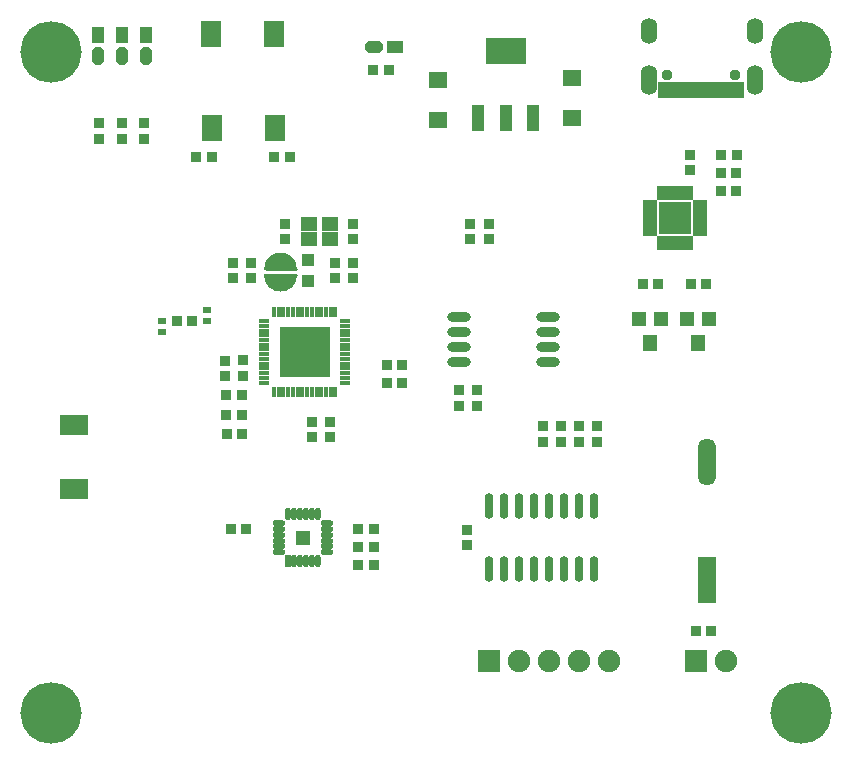
<source format=gts>
G04*
G04 #@! TF.GenerationSoftware,Altium Limited,Altium Designer,18.0.10 (644)*
G04*
G04 Layer_Color=8388736*
%FSLAX25Y25*%
%MOIN*%
G70*
G01*
G75*
%ADD10C,0.01000*%
%ADD58R,0.01981X0.05328*%
%ADD59R,0.01981X0.05328*%
%ADD60R,0.01980X0.05320*%
%ADD61R,0.01980X0.05320*%
%ADD62R,0.04737X0.04737*%
%ADD63O,0.01902X0.04343*%
%ADD64R,0.01902X0.04343*%
%ADD65O,0.04343X0.01902*%
%ADD66R,0.05918X0.15761*%
%ADD67O,0.05918X0.15761*%
%ADD68R,0.03800X0.03800*%
%ADD69R,0.03800X0.03800*%
%ADD70R,0.04800X0.04800*%
%ADD71R,0.04800X0.05800*%
%ADD72R,0.06706X0.08674*%
G04:AMPARAMS|DCode=73|XSize=58mil|YSize=43mil|CornerRadius=0mil|HoleSize=0mil|Usage=FLASHONLY|Rotation=270.000|XOffset=0mil|YOffset=0mil|HoleType=Round|Shape=Octagon|*
%AMOCTAGOND73*
4,1,8,-0.01075,-0.02900,0.01075,-0.02900,0.02150,-0.01825,0.02150,0.01825,0.01075,0.02900,-0.01075,0.02900,-0.02150,0.01825,-0.02150,-0.01825,-0.01075,-0.02900,0.0*
%
%ADD73OCTAGOND73*%

%ADD74R,0.04300X0.05800*%
G04:AMPARAMS|DCode=75|XSize=58mil|YSize=43mil|CornerRadius=0mil|HoleSize=0mil|Usage=FLASHONLY|Rotation=180.000|XOffset=0mil|YOffset=0mil|HoleType=Round|Shape=Octagon|*
%AMOCTAGOND75*
4,1,8,-0.02900,0.01075,-0.02900,-0.01075,-0.01825,-0.02150,0.01825,-0.02150,0.02900,-0.01075,0.02900,0.01075,0.01825,0.02150,-0.01825,0.02150,-0.02900,0.01075,0.0*
%
%ADD75OCTAGOND75*%

%ADD76R,0.05800X0.04300*%
%ADD77R,0.03418X0.01587*%
%ADD78R,0.01587X0.03418*%
%ADD79R,0.16548X0.16548*%
%ADD80R,0.03300X0.03800*%
%ADD81R,0.13398X0.09068*%
%ADD82R,0.04343X0.09068*%
%ADD83R,0.06312X0.05524*%
%ADD84C,0.04737*%
%ADD85R,0.05524X0.04737*%
%ADD86R,0.04300X0.04300*%
%ADD87R,0.09461X0.06706*%
%ADD88R,0.03800X0.03300*%
%ADD89R,0.02769X0.02375*%
%ADD90R,0.04737X0.01981*%
%ADD91R,0.01981X0.04737*%
%ADD92R,0.10642X0.10642*%
%ADD93O,0.02965X0.08674*%
%ADD94O,0.08000X0.03200*%
%ADD95C,0.03753*%
%ADD96O,0.05524X0.08674*%
%ADD97O,0.05524X0.09855*%
%ADD98C,0.07493*%
%ADD99R,0.07493X0.07493*%
%ADD100C,0.20485*%
G36*
X196000Y310500D02*
X206000D01*
X205500Y308500D01*
X203000Y306000D01*
X200000Y305500D01*
X198000Y306500D01*
X197000Y307500D01*
X196000Y309500D01*
Y310500D01*
D02*
G37*
G36*
Y312500D02*
X206000D01*
X205500Y314500D01*
X203000Y317000D01*
X200000Y317500D01*
X198000Y316500D01*
X197000Y315500D01*
X196000Y313500D01*
Y312500D01*
D02*
G37*
D10*
Y310500D02*
G03*
X206000Y310500I5000J0D01*
G01*
Y312500D02*
G03*
X196000Y312500I-5000J0D01*
G01*
Y310500D02*
X206000D01*
X196000Y312500D02*
X206000D01*
D58*
X354345Y372262D02*
D03*
X351195Y372272D02*
D03*
X344109Y372262D02*
D03*
X340172D02*
D03*
X331116Y372255D02*
D03*
X327966Y372256D02*
D03*
D59*
X353164Y372262D02*
D03*
X350013Y372272D02*
D03*
X346076Y372256D02*
D03*
X342139D02*
D03*
X338202D02*
D03*
X334265D02*
D03*
X332298Y372256D02*
D03*
X329147Y372256D02*
D03*
D60*
X348045D02*
D03*
D61*
X336235D02*
D03*
D62*
X208500Y223000D02*
D03*
D63*
X213421Y215126D02*
D03*
X211453D02*
D03*
X209484D02*
D03*
X207516D02*
D03*
X205547D02*
D03*
X203579Y230874D02*
D03*
X205547D02*
D03*
X207516D02*
D03*
X209484D02*
D03*
X211453D02*
D03*
X213421D02*
D03*
D64*
X203579Y215126D02*
D03*
D65*
X216374Y227921D02*
D03*
Y225953D02*
D03*
Y223984D02*
D03*
Y222016D02*
D03*
Y220047D02*
D03*
Y218079D02*
D03*
X200626D02*
D03*
Y220047D02*
D03*
Y222016D02*
D03*
Y223984D02*
D03*
Y225953D02*
D03*
Y227921D02*
D03*
D66*
X343000Y208815D02*
D03*
D67*
Y248185D02*
D03*
D68*
X263000Y225559D02*
D03*
Y220441D02*
D03*
X306500Y254941D02*
D03*
Y260059D02*
D03*
X300500Y254941D02*
D03*
Y260059D02*
D03*
X294500Y254941D02*
D03*
Y260059D02*
D03*
X288500Y254941D02*
D03*
Y260059D02*
D03*
X337433Y345417D02*
D03*
Y350536D02*
D03*
X266500Y267000D02*
D03*
Y272118D02*
D03*
X260500Y267000D02*
D03*
Y272118D02*
D03*
X155500Y361059D02*
D03*
Y355941D02*
D03*
X148000Y361059D02*
D03*
Y355941D02*
D03*
X140500Y361059D02*
D03*
Y355941D02*
D03*
X225000Y327559D02*
D03*
Y322441D02*
D03*
X202500Y322441D02*
D03*
Y327559D02*
D03*
X217500Y256441D02*
D03*
Y261559D02*
D03*
X211500Y256441D02*
D03*
Y261559D02*
D03*
X264000Y322441D02*
D03*
Y327559D02*
D03*
X270500D02*
D03*
Y322441D02*
D03*
X225000Y314559D02*
D03*
Y309441D02*
D03*
X219000Y314559D02*
D03*
Y309441D02*
D03*
X191000Y314559D02*
D03*
Y309441D02*
D03*
X185000Y314559D02*
D03*
Y309441D02*
D03*
X188500Y277000D02*
D03*
Y282118D02*
D03*
D69*
X226941Y226000D02*
D03*
X232059D02*
D03*
X189559Y226000D02*
D03*
X184441D02*
D03*
X232059Y214000D02*
D03*
X226941D02*
D03*
X232059Y220000D02*
D03*
X226941D02*
D03*
X339382Y192000D02*
D03*
X344500D02*
D03*
X347874Y350477D02*
D03*
X352993D02*
D03*
X347815Y344476D02*
D03*
X352933D02*
D03*
X347815Y338476D02*
D03*
X352933D02*
D03*
X326933Y307476D02*
D03*
X321815D02*
D03*
X337815D02*
D03*
X342933D02*
D03*
X198941Y350000D02*
D03*
X204059D02*
D03*
X178059Y350000D02*
D03*
X172941D02*
D03*
X231941Y379000D02*
D03*
X237059D02*
D03*
X241559Y274500D02*
D03*
X236441D02*
D03*
X241559Y280500D02*
D03*
X236441D02*
D03*
X188118Y257500D02*
D03*
X183000D02*
D03*
X188059Y264000D02*
D03*
X182941D02*
D03*
X188059Y270500D02*
D03*
X182941D02*
D03*
D70*
X336433Y295976D02*
D03*
X343933D02*
D03*
X320433D02*
D03*
X327933D02*
D03*
D71*
X340233Y287976D02*
D03*
X324233D02*
D03*
D72*
X199000Y359500D02*
D03*
X198921Y390731D02*
D03*
X178000Y359500D02*
D03*
X177921Y390731D02*
D03*
D73*
X156026Y383500D02*
D03*
X148000Y383500D02*
D03*
X140026Y383500D02*
D03*
D74*
X156026Y390499D02*
D03*
X148000Y390500D02*
D03*
X140026Y390499D02*
D03*
D75*
X231999Y386474D02*
D03*
D76*
X239000D02*
D03*
D77*
X195647Y295174D02*
D03*
Y293599D02*
D03*
Y292024D02*
D03*
Y290450D02*
D03*
Y288875D02*
D03*
Y287300D02*
D03*
Y285725D02*
D03*
Y284150D02*
D03*
Y282576D02*
D03*
Y281001D02*
D03*
Y279426D02*
D03*
Y277851D02*
D03*
Y276276D02*
D03*
Y274702D02*
D03*
X222478D02*
D03*
Y276276D02*
D03*
Y277851D02*
D03*
Y279426D02*
D03*
Y281001D02*
D03*
Y282576D02*
D03*
Y284150D02*
D03*
Y285725D02*
D03*
Y287300D02*
D03*
Y288875D02*
D03*
Y290450D02*
D03*
Y292024D02*
D03*
Y293599D02*
D03*
Y295174D02*
D03*
D78*
X198827Y271522D02*
D03*
X200401D02*
D03*
X201976D02*
D03*
X203551D02*
D03*
X205126D02*
D03*
X206701D02*
D03*
X208275D02*
D03*
X209850D02*
D03*
X211425D02*
D03*
X213000D02*
D03*
X214575D02*
D03*
X216149D02*
D03*
X217724D02*
D03*
X219299D02*
D03*
Y298353D02*
D03*
X217724D02*
D03*
X216149D02*
D03*
X214575D02*
D03*
X213000D02*
D03*
X211425D02*
D03*
X209850D02*
D03*
X208275D02*
D03*
X206701D02*
D03*
X205126D02*
D03*
X203551D02*
D03*
X201976D02*
D03*
X200401D02*
D03*
X198827D02*
D03*
D79*
X209063Y284938D02*
D03*
D80*
X182500Y282000D02*
D03*
Y277000D02*
D03*
D81*
X276000Y385221D02*
D03*
D82*
X285055Y362779D02*
D03*
X276000D02*
D03*
X266945D02*
D03*
D83*
X298000Y376193D02*
D03*
Y362807D02*
D03*
X253500Y375693D02*
D03*
Y362307D02*
D03*
D84*
X201000Y308000D02*
D03*
Y315000D02*
D03*
D85*
X210653Y327559D02*
D03*
X217347D02*
D03*
Y322441D02*
D03*
X210653D02*
D03*
D86*
X210000Y315500D02*
D03*
Y308500D02*
D03*
D87*
X132118Y260547D02*
D03*
Y239366D02*
D03*
D88*
X166648Y295221D02*
D03*
X171648D02*
D03*
D89*
X176647Y295178D02*
D03*
X176647Y298721D02*
D03*
X161648Y295221D02*
D03*
X161647Y291678D02*
D03*
D90*
X340799Y324555D02*
D03*
Y326523D02*
D03*
Y328492D02*
D03*
Y330461D02*
D03*
Y332429D02*
D03*
Y334398D02*
D03*
X324067D02*
D03*
Y332429D02*
D03*
Y330461D02*
D03*
Y328492D02*
D03*
Y326523D02*
D03*
Y324555D02*
D03*
D91*
X337354Y337842D02*
D03*
X335386D02*
D03*
X333417D02*
D03*
X331449D02*
D03*
X329480D02*
D03*
X327512D02*
D03*
X327512Y321110D02*
D03*
X329480D02*
D03*
X331449D02*
D03*
X333417D02*
D03*
X335386D02*
D03*
X337354D02*
D03*
D92*
X332433Y329476D02*
D03*
D93*
X270500Y212400D02*
D03*
X275500D02*
D03*
X280500D02*
D03*
X285500D02*
D03*
X290500D02*
D03*
X295500D02*
D03*
X300500D02*
D03*
X305500D02*
D03*
X270500Y233500D02*
D03*
X275500D02*
D03*
X280500D02*
D03*
X285500D02*
D03*
X290500D02*
D03*
X295500D02*
D03*
X300500D02*
D03*
X305500D02*
D03*
D94*
X260500Y296500D02*
D03*
Y291500D02*
D03*
Y286500D02*
D03*
Y281500D02*
D03*
X290169Y296500D02*
D03*
Y291500D02*
D03*
Y286500D02*
D03*
Y281500D02*
D03*
D95*
X352534Y377374D02*
D03*
X329778D02*
D03*
D96*
X359217Y391744D02*
D03*
X323784Y391744D02*
D03*
D97*
X323783Y375406D02*
D03*
X359216Y375406D02*
D03*
D98*
X310500Y182000D02*
D03*
X280500D02*
D03*
X290500D02*
D03*
X300500D02*
D03*
X349441D02*
D03*
D99*
X270500D02*
D03*
X339441D02*
D03*
D100*
X374500Y385000D02*
D03*
X374500Y164500D02*
D03*
X124500D02*
D03*
Y385000D02*
D03*
M02*

</source>
